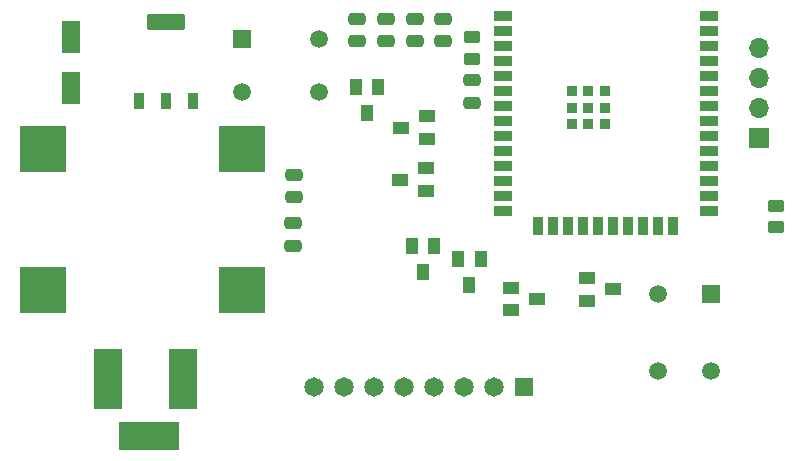
<source format=gts>
G04 #@! TF.GenerationSoftware,KiCad,Pcbnew,(6.0.4)*
G04 #@! TF.CreationDate,2022-04-15T12:43:22+02:00*
G04 #@! TF.ProjectId,7segments_beide_groundplane,37736567-6d65-46e7-9473-5f6265696465,rev?*
G04 #@! TF.SameCoordinates,Original*
G04 #@! TF.FileFunction,Soldermask,Top*
G04 #@! TF.FilePolarity,Negative*
%FSLAX46Y46*%
G04 Gerber Fmt 4.6, Leading zero omitted, Abs format (unit mm)*
G04 Created by KiCad (PCBNEW (6.0.4)) date 2022-04-15 12:43:22*
%MOMM*%
%LPD*%
G01*
G04 APERTURE LIST*
G04 Aperture macros list*
%AMRoundRect*
0 Rectangle with rounded corners*
0 $1 Rounding radius*
0 $2 $3 $4 $5 $6 $7 $8 $9 X,Y pos of 4 corners*
0 Add a 4 corners polygon primitive as box body*
4,1,4,$2,$3,$4,$5,$6,$7,$8,$9,$2,$3,0*
0 Add four circle primitives for the rounded corners*
1,1,$1+$1,$2,$3*
1,1,$1+$1,$4,$5*
1,1,$1+$1,$6,$7*
1,1,$1+$1,$8,$9*
0 Add four rect primitives between the rounded corners*
20,1,$1+$1,$2,$3,$4,$5,0*
20,1,$1+$1,$4,$5,$6,$7,0*
20,1,$1+$1,$6,$7,$8,$9,0*
20,1,$1+$1,$8,$9,$2,$3,0*%
G04 Aperture macros list end*
%ADD10R,1.400000X1.000000*%
%ADD11RoundRect,0.250000X0.475000X-0.250000X0.475000X0.250000X-0.475000X0.250000X-0.475000X-0.250000X0*%
%ADD12R,1.650000X1.650000*%
%ADD13C,1.650000*%
%ADD14RoundRect,0.250000X-0.475000X0.250000X-0.475000X-0.250000X0.475000X-0.250000X0.475000X0.250000X0*%
%ADD15R,1.700000X1.700000*%
%ADD16O,1.700000X1.700000*%
%ADD17R,1.000000X1.400000*%
%ADD18R,4.000000X4.000000*%
%ADD19R,1.600000X2.800000*%
%ADD20RoundRect,0.250000X-0.450000X0.262500X-0.450000X-0.262500X0.450000X-0.262500X0.450000X0.262500X0*%
%ADD21RoundRect,0.093000X-0.372000X-0.562000X0.372000X-0.562000X0.372000X0.562000X-0.372000X0.562000X0*%
%ADD22RoundRect,0.131000X-1.489000X-0.524000X1.489000X-0.524000X1.489000X0.524000X-1.489000X0.524000X0*%
%ADD23R,2.400000X5.200000*%
%ADD24R,5.200000X2.400000*%
%ADD25R,1.498000X1.498000*%
%ADD26C,1.498000*%
%ADD27R,1.500000X0.900000*%
%ADD28R,0.900000X1.500000*%
%ADD29R,0.900000X0.900000*%
G04 APERTURE END LIST*
D10*
X149300000Y-107850000D03*
X149300000Y-109750000D03*
X151500000Y-108800000D03*
D11*
X141200000Y-87000000D03*
X141200000Y-85100000D03*
D12*
X150462000Y-116300000D03*
D13*
X147922000Y-116300000D03*
X145382000Y-116300000D03*
X142842000Y-116300000D03*
X140302000Y-116300000D03*
X137762000Y-116300000D03*
X135222000Y-116300000D03*
X132682000Y-116300000D03*
D11*
X136250000Y-87000000D03*
X136250000Y-85100000D03*
D14*
X130900000Y-102400000D03*
X130900000Y-104300000D03*
D15*
X170300000Y-95200000D03*
D16*
X170300000Y-92660000D03*
X170300000Y-90120000D03*
X170300000Y-87580000D03*
D17*
X142850000Y-104300000D03*
X140950000Y-104300000D03*
X141900000Y-106500000D03*
X138100000Y-90850000D03*
X136200000Y-90850000D03*
X137150000Y-93050000D03*
D18*
X109686500Y-108013500D03*
X109686500Y-96113500D03*
X126586500Y-108013500D03*
X126586500Y-96113500D03*
D10*
X155800000Y-107050000D03*
X155800000Y-108950000D03*
X158000000Y-108000000D03*
D19*
X112050000Y-86650000D03*
X112050000Y-90950000D03*
D20*
X146000000Y-86637500D03*
X146000000Y-88462500D03*
D17*
X146750000Y-105400000D03*
X144850000Y-105400000D03*
X145800000Y-107600000D03*
D14*
X130950000Y-98300000D03*
X130950000Y-100200000D03*
D21*
X117860000Y-92031000D03*
X120150000Y-92031000D03*
X122440000Y-92031000D03*
D22*
X120150000Y-85341000D03*
D10*
X142200000Y-95250000D03*
X142200000Y-93350000D03*
X140000000Y-94300000D03*
D20*
X171800000Y-100900000D03*
X171800000Y-102725000D03*
D11*
X146000000Y-92200000D03*
X146000000Y-90300000D03*
D23*
X121600000Y-115550000D03*
X115250000Y-115600000D03*
D24*
X118700000Y-120400000D03*
D11*
X138750000Y-87000000D03*
X138750000Y-85100000D03*
D25*
X166250000Y-108400000D03*
D26*
X166250000Y-114900000D03*
X161750000Y-108400000D03*
X161750000Y-114900000D03*
D10*
X142100000Y-99650000D03*
X142100000Y-97750000D03*
X139900000Y-98700000D03*
D11*
X143600000Y-87000000D03*
X143600000Y-85100000D03*
D25*
X126550000Y-86800000D03*
D26*
X133050000Y-86800000D03*
X126550000Y-91300000D03*
X133050000Y-91300000D03*
D27*
X148612500Y-84890000D03*
X148612500Y-86160000D03*
X148612500Y-87430000D03*
X148612500Y-88700000D03*
X148612500Y-89970000D03*
X148612500Y-91240000D03*
X148612500Y-92510000D03*
X148612500Y-93780000D03*
X148612500Y-95050000D03*
X148612500Y-96320000D03*
X148612500Y-97590000D03*
X148612500Y-98860000D03*
X148612500Y-100130000D03*
X148612500Y-101400000D03*
D28*
X151647500Y-102650000D03*
X152917500Y-102650000D03*
X154187500Y-102650000D03*
X155457500Y-102650000D03*
X156727500Y-102650000D03*
X157997500Y-102650000D03*
X159267500Y-102650000D03*
X160537500Y-102650000D03*
X161807500Y-102650000D03*
X163077500Y-102650000D03*
D27*
X166112500Y-101400000D03*
X166112500Y-100130000D03*
X166112500Y-98860000D03*
X166112500Y-97590000D03*
X166112500Y-96320000D03*
X166112500Y-95050000D03*
X166112500Y-93780000D03*
X166112500Y-92510000D03*
X166112500Y-91240000D03*
X166112500Y-89970000D03*
X166112500Y-88700000D03*
X166112500Y-87430000D03*
X166112500Y-86160000D03*
X166112500Y-84890000D03*
D29*
X154462500Y-91210000D03*
X155862500Y-91210000D03*
X157262500Y-91210000D03*
X154462500Y-92610000D03*
X155862500Y-92610000D03*
X157262500Y-92610000D03*
X154462500Y-94010000D03*
X155862500Y-94010000D03*
X157262500Y-94010000D03*
M02*

</source>
